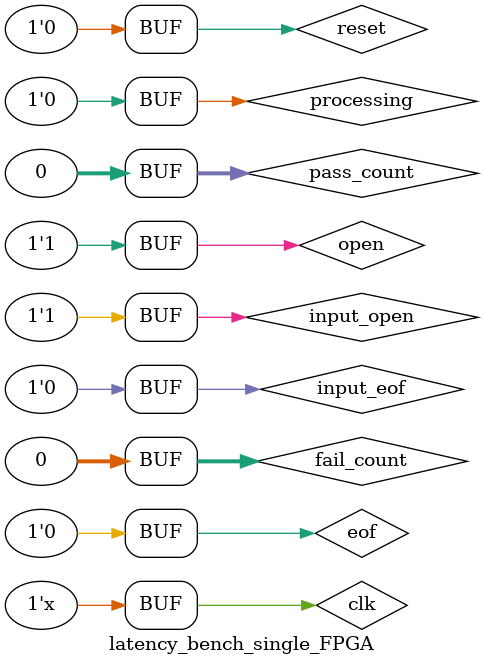
<source format=sv>
`timescale 1ns / 10ps


module latency_bench_single_FPGA;

`include "../../parameters/parameters.sv"
`define assert(condition, reason) if(!(condition)) begin $display(reason); $finish(1); end

localparam CODE_DISTANCE = 15;
localparam CODE_DISTANCE_X = CODE_DISTANCE;
localparam CODE_DISTANCE_Z = CODE_DISTANCE_X - 1;
localparam WEIGHT_X = 2;
localparam WEIGHT_Z = 2;
localparam WEIGHT_M = 2; // Weight up down


`define MAX(a, b) (((a) > (b)) ? (a) : (b))
localparam MEASUREMENT_ROUNDS = `MAX(CODE_DISTANCE_X, CODE_DISTANCE_Z);
localparam PU_COUNT = CODE_DISTANCE_X * CODE_DISTANCE_Z * MEASUREMENT_ROUNDS;
localparam PER_DIM_WIDTH = $clog2(MEASUREMENT_ROUNDS);
localparam ADDRESS_WIDTH = PER_DIM_WIDTH * 3;
localparam ITERATION_COUNTER_WIDTH = 8;  // counts up to CODE_DISTANCE iterations

localparam NS_ERROR_COUNT = (CODE_DISTANCE_X-1) * CODE_DISTANCE_Z * MEASUREMENT_ROUNDS;
localparam EW_ERROR_COUNT = CODE_DISTANCE_X * (CODE_DISTANCE_Z+1) * MEASUREMENT_ROUNDS;
localparam UD_ERROR_COUNT = CODE_DISTANCE_X * CODE_DISTANCE_Z * MEASUREMENT_ROUNDS;
localparam CORRECTION_COUNT = NS_ERROR_COUNT + EW_ERROR_COUNT + UD_ERROR_COUNT;

reg clk;
reg reset;
wire new_round_start;

wire [PU_COUNT-1:0] measurements;
wire [31:0] cycle_counter;
wire [(ADDRESS_WIDTH * PU_COUNT)-1:0] roots;
wire result_valid;
wire [ITERATION_COUNTER_WIDTH-1:0] iteration_counter;
wire [CORRECTION_COUNT - 1 : 0] correction;

`define INDEX(i, j, k) (i * CODE_DISTANCE_Z + j + k * CODE_DISTANCE_Z*CODE_DISTANCE_X)
`define measurements(i, j, k) measurements[`INDEX(i, j, k)]
// `define is_odd_cluster(i, j, k) decoder.is_odd_clusters[`INDEX(i, j, k)]
`define root(i, j, k) roots[ADDRESS_WIDTH*`INDEX(i, j, k) +: ADDRESS_WIDTH]
`define root_x(i, j, k) roots[ADDRESS_WIDTH*`INDEX(i, j, k)+PER_DIM_WIDTH +: PER_DIM_WIDTH]
`define root_y(i, j, k) roots[ADDRESS_WIDTH*`INDEX(i, j, k) +: PER_DIM_WIDTH]
`define root_z(i, j, k) roots[ADDRESS_WIDTH*`INDEX(i, j, k)+(2*PER_DIM_WIDTH) +: PER_DIM_WIDTH]
`define PU(i, j, k) decoder.decoder.pu_k[k].pu_i[i].pu_j[j].u_processing_unit

wire result_valid;
wire [ITERATION_COUNTER_WIDTH-1:0] iteration_counter;

// instantiate
Helios_single_FPGA_wrapper #(
    .CODE_DISTANCE_X(CODE_DISTANCE_X),
    .CODE_DISTANCE_Z(CODE_DISTANCE_Z),
    .WEIGHT_X(WEIGHT_X),
    .WEIGHT_Z(WEIGHT_Z),
    .WEIGHT_M(WEIGHT_M)
 ) decoder (
    .clk(clk),
    .reset(reset),
    .new_round_start(new_round_start),
    .measurements(measurements),
    .roots(roots),
    .correction(correction),
    .result_valid(result_valid),
    .iteration_counter(iteration_counter),
    .cycle_counter(cycle_counter),
    .global_stage()
);

function [ADDRESS_WIDTH-1:0] make_address;
input [PER_DIM_WIDTH-1:0] i;
input [PER_DIM_WIDTH-1:0] j;
input [PER_DIM_WIDTH-1:0] k;
begin
    make_address = { k, i, j };
end
endfunction

always #5 clk = ~clk;  // flip every 5ns, that is 100MHz clock

reg valid_delayed = 0;
integer i;
integer j;
integer k;
integer file, input_file;
reg open = 1;
reg input_open = 1;
reg eof = 0;
reg input_eof = 0;
reg [31:0] read_value, test_case, input_read_value;
reg [PER_DIM_WIDTH-1 : 0] expected_x, expected_y, expected_z;
reg test_fail;
reg processing = 0;
reg [31:0] syndrome_count;
reg [31:0] pass_count = 0;
reg [31:0] fail_count = 0;
reg [31:0] total_count;
reg [63:0] overall_latency = 0;




// Output verification logic
always @(posedge clk) begin
    if (!valid_delayed && result_valid) begin
        test_case = test_case + 1;
        $display("%t\tTest case %d pass %d cycles %d iterations", $time, test_case, cycle_counter, iteration_counter);
        overall_latency = overall_latency + cycle_counter;
        if(test_case == 1000) begin
            $display("%t\t Total latency for %d test cases is %d ms", $time, test_case, overall_latency);
        end
    end
end

always@(posedge clk) begin
    valid_delayed <= result_valid;
end

initial begin
    clk = 1'b1;
    reset = 1'b1;
    test_case = 0;

    #107;
    reset = 1'b0;
    #100;


end


endmodule

</source>
